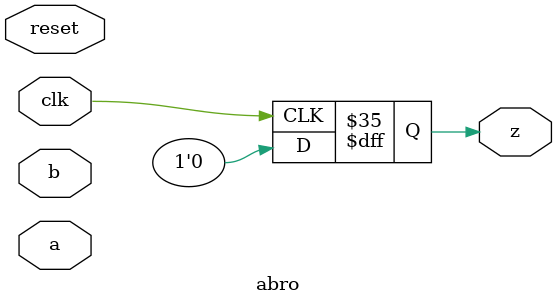
<source format=v>
module abro(
input clk,
input reset,
input a,
input b,
output z );
parameter IDLE = 0,
SA = 1,
SB = 2,
SAB = 3;
reg [1:0] cur_state,next_state;
// The output z is high when 1 is received for signals a and b in any order.
// If cur_state is IDLE and a and b are both high, state changes to SAB
// If cur_state is IDLE, and a is high, state changes to SA
// If cur_state is IDLE, and b is high, state changes to SB
// If cur_state is SA, and b is high, state changes to SAB
// If cur_state is SB, and a is high, state changes to SAB
// If cur_state is SAB, state changes to IDLE
// z is assigned one when cur_state is SAB

always @ (posedge clk) begin
	if(reset) begin
	cur_state <= IDLE;
	z <= 0;
	end
	else begin
	cur_state <= next_state;
	z <= 0;
	end
end

always @ (a,b,cur_state) begin
	case(cur_state)
	IDLE: begin
	if(a && b) next_state = SAB;
	else next_state = IDLE;
	end
	SA: begin
	if(b) next_state = SB;
	else next_state = SA;
	end
	SB: begin
	if(a) next_state = SAB;
	else next_state = SB;
	end
	SAB: begin
	next_state = IDLE;
	end
	endcase
end
endmodule

</source>
